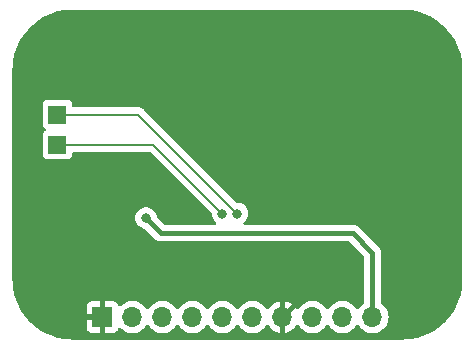
<source format=gbr>
%TF.GenerationSoftware,KiCad,Pcbnew,7.0.7*%
%TF.CreationDate,2025-01-01T11:59:36+10:30*%
%TF.ProjectId,V9261F_Breakout,56393236-3146-45f4-9272-65616b6f7574,rev?*%
%TF.SameCoordinates,Original*%
%TF.FileFunction,Copper,L2,Bot*%
%TF.FilePolarity,Positive*%
%FSLAX46Y46*%
G04 Gerber Fmt 4.6, Leading zero omitted, Abs format (unit mm)*
G04 Created by KiCad (PCBNEW 7.0.7) date 2025-01-01 11:59:36*
%MOMM*%
%LPD*%
G01*
G04 APERTURE LIST*
%TA.AperFunction,ComponentPad*%
%ADD10R,1.700000X1.700000*%
%TD*%
%TA.AperFunction,ComponentPad*%
%ADD11O,1.700000X1.700000*%
%TD*%
%TA.AperFunction,SMDPad,CuDef*%
%ADD12R,1.500000X1.500000*%
%TD*%
%TA.AperFunction,ViaPad*%
%ADD13C,0.800000*%
%TD*%
%TA.AperFunction,Conductor*%
%ADD14C,0.400000*%
%TD*%
%TA.AperFunction,Conductor*%
%ADD15C,0.200000*%
%TD*%
G04 APERTURE END LIST*
D10*
%TO.P,J1,1,Pin_1*%
%TO.N,UN_IN*%
X139700000Y-99695000D03*
D11*
%TO.P,J1,2,Pin_2*%
%TO.N,RX*%
X142240000Y-99695000D03*
%TO.P,J1,3,Pin_3*%
%TO.N,TX*%
X144780000Y-99695000D03*
%TO.P,J1,4,Pin_4*%
%TO.N,CF*%
X147320000Y-99695000D03*
%TO.P,J1,5,Pin_5*%
%TO.N,unconnected-(J1-Pin_5-Pad5)*%
X149860000Y-99695000D03*
%TO.P,J1,6,Pin_6*%
%TO.N,UP_IN*%
X152400000Y-99695000D03*
%TO.P,J1,7,Pin_7*%
%TO.N,UN_IN*%
X154940000Y-99695000D03*
%TO.P,J1,8,Pin_8*%
%TO.N,IAN_IN*%
X157480000Y-99695000D03*
%TO.P,J1,9,Pin_9*%
%TO.N,IAP_IN*%
X160020000Y-99695000D03*
%TO.P,J1,10,Pin_10*%
%TO.N,VIN*%
X162560000Y-99695000D03*
%TD*%
D12*
%TO.P,TP2,1,1*%
%TO.N,IBN*%
X135890000Y-85090000D03*
%TD*%
%TO.P,TP1,1,1*%
%TO.N,IBP*%
X135890000Y-82550000D03*
%TD*%
D13*
%TO.N,UN_IN*%
X169164000Y-90339332D03*
X169164000Y-78486000D03*
X169164000Y-84412666D03*
X169164000Y-96266000D03*
X133096000Y-90593332D03*
X133096000Y-84666666D03*
X133096000Y-96520000D03*
X133096000Y-78740000D03*
X165354000Y-74676000D03*
X158178500Y-74676000D03*
X151003000Y-74676000D03*
X143827500Y-74676000D03*
X136652000Y-74676000D03*
X159004000Y-97282000D03*
X161290000Y-89154000D03*
X161290000Y-83820000D03*
%TO.N,VIN*%
X143383000Y-91313000D03*
%TO.N,IBP*%
X151130000Y-90932000D03*
%TO.N,IBN*%
X149860000Y-90932000D03*
%TD*%
D14*
%TO.N,UN_IN*%
X157353000Y-97282000D02*
X154940000Y-99695000D01*
X159004000Y-97282000D02*
X157353000Y-97282000D01*
%TO.N,VIN*%
X162560000Y-94234000D02*
X162560000Y-99695000D01*
X144653000Y-92583000D02*
X160909000Y-92583000D01*
X143383000Y-91313000D02*
X144653000Y-92583000D01*
X160909000Y-92583000D02*
X162560000Y-94234000D01*
D15*
%TO.N,IBP*%
X142748000Y-82550000D02*
X135890000Y-82550000D01*
X151130000Y-90932000D02*
X142748000Y-82550000D01*
%TO.N,IBN*%
X135890000Y-85090000D02*
X144018000Y-85090000D01*
X144018000Y-85090000D02*
X149860000Y-90932000D01*
%TD*%
%TA.AperFunction,Conductor*%
%TO.N,UN_IN*%
G36*
X165317525Y-73669496D02*
G01*
X165522732Y-73678456D01*
X165527654Y-73678870D01*
X165745755Y-73706056D01*
X165950849Y-73733058D01*
X165955420Y-73733837D01*
X166170399Y-73778913D01*
X166372714Y-73823766D01*
X166376969Y-73824869D01*
X166495715Y-73860222D01*
X166587449Y-73887533D01*
X166640220Y-73904171D01*
X166785378Y-73949939D01*
X166789180Y-73951277D01*
X166993265Y-74030912D01*
X166993908Y-74031163D01*
X167185763Y-74110632D01*
X167189234Y-74112196D01*
X167386710Y-74208737D01*
X167386733Y-74208748D01*
X167571061Y-74304704D01*
X167574169Y-74306437D01*
X167696039Y-74379054D01*
X167763108Y-74419019D01*
X167938522Y-74530771D01*
X167941212Y-74532586D01*
X168120304Y-74660456D01*
X168285405Y-74787142D01*
X168287733Y-74789019D01*
X168455753Y-74931323D01*
X168610324Y-75072962D01*
X168767037Y-75229675D01*
X168908676Y-75384246D01*
X169050979Y-75552265D01*
X169052856Y-75554593D01*
X169179543Y-75719695D01*
X169307412Y-75898786D01*
X169309244Y-75901501D01*
X169420986Y-76076901D01*
X169533561Y-76265829D01*
X169535294Y-76268937D01*
X169631251Y-76453266D01*
X169727786Y-76650731D01*
X169729366Y-76654235D01*
X169808836Y-76846091D01*
X169840362Y-76926886D01*
X169888708Y-77050785D01*
X169890072Y-77054657D01*
X169952466Y-77252549D01*
X170015124Y-77463014D01*
X170016232Y-77467286D01*
X170061099Y-77669663D01*
X170106157Y-77884559D01*
X170106946Y-77889191D01*
X170133952Y-78094318D01*
X170161126Y-78312322D01*
X170161543Y-78317288D01*
X170170512Y-78522701D01*
X170179500Y-78740000D01*
X170179500Y-96520000D01*
X170170512Y-96737298D01*
X170161543Y-96942710D01*
X170161126Y-96947676D01*
X170133952Y-97165681D01*
X170106946Y-97370807D01*
X170106157Y-97375439D01*
X170061099Y-97590336D01*
X170016232Y-97792712D01*
X170015124Y-97796984D01*
X169952466Y-98007450D01*
X169890072Y-98205341D01*
X169888700Y-98209236D01*
X169808836Y-98413908D01*
X169729366Y-98605763D01*
X169727786Y-98609267D01*
X169631251Y-98806733D01*
X169535294Y-98991061D01*
X169533561Y-98994169D01*
X169420986Y-99183098D01*
X169309244Y-99358497D01*
X169307412Y-99361212D01*
X169179543Y-99540304D01*
X169052856Y-99705405D01*
X169050979Y-99707733D01*
X168908676Y-99875753D01*
X168767037Y-100030324D01*
X168610324Y-100187037D01*
X168455753Y-100328676D01*
X168287733Y-100470979D01*
X168285405Y-100472856D01*
X168120304Y-100599543D01*
X167941212Y-100727412D01*
X167938497Y-100729244D01*
X167763098Y-100840986D01*
X167574169Y-100953561D01*
X167571061Y-100955294D01*
X167386733Y-101051251D01*
X167189267Y-101147786D01*
X167185763Y-101149366D01*
X166993908Y-101228836D01*
X166789236Y-101308700D01*
X166785341Y-101310072D01*
X166587450Y-101372466D01*
X166376984Y-101435124D01*
X166372712Y-101436232D01*
X166170336Y-101481099D01*
X165955439Y-101526157D01*
X165950807Y-101526946D01*
X165745681Y-101553952D01*
X165527676Y-101581126D01*
X165522710Y-101581543D01*
X165317298Y-101590512D01*
X165100000Y-101599500D01*
X137160000Y-101599500D01*
X136942701Y-101590512D01*
X136737288Y-101581543D01*
X136732322Y-101581126D01*
X136514318Y-101553952D01*
X136309191Y-101526946D01*
X136304559Y-101526157D01*
X136089663Y-101481099D01*
X135887286Y-101436232D01*
X135883014Y-101435124D01*
X135672549Y-101372466D01*
X135474657Y-101310072D01*
X135470785Y-101308708D01*
X135338255Y-101256995D01*
X135266091Y-101228836D01*
X135074235Y-101149366D01*
X135070731Y-101147786D01*
X134873266Y-101051251D01*
X134688937Y-100955294D01*
X134685829Y-100953561D01*
X134496901Y-100840986D01*
X134321501Y-100729244D01*
X134318786Y-100727412D01*
X134139695Y-100599543D01*
X133974593Y-100472856D01*
X133972265Y-100470979D01*
X133822094Y-100343792D01*
X133804243Y-100328673D01*
X133780919Y-100307301D01*
X133649675Y-100187037D01*
X133492962Y-100030324D01*
X133391281Y-99919359D01*
X133351319Y-99875748D01*
X133209019Y-99707733D01*
X133207142Y-99705405D01*
X133080456Y-99540304D01*
X132952586Y-99361212D01*
X132950771Y-99358522D01*
X132839013Y-99183098D01*
X132779188Y-99082698D01*
X132726437Y-98994169D01*
X132724704Y-98991061D01*
X132628748Y-98806733D01*
X132624066Y-98797155D01*
X132532196Y-98609234D01*
X132530632Y-98605763D01*
X132451163Y-98413908D01*
X132450912Y-98413265D01*
X132371277Y-98209180D01*
X132369939Y-98205378D01*
X132307533Y-98007449D01*
X132280222Y-97915715D01*
X132244869Y-97796969D01*
X132243766Y-97792712D01*
X132198913Y-97590399D01*
X132153837Y-97375420D01*
X132153058Y-97370849D01*
X132126047Y-97165681D01*
X132098870Y-96947654D01*
X132098456Y-96942732D01*
X132089487Y-96737298D01*
X132080605Y-96522561D01*
X132080817Y-96521710D01*
X132080500Y-96519500D01*
X132080499Y-85888654D01*
X134631500Y-85888654D01*
X134638011Y-85949202D01*
X134638011Y-85949204D01*
X134689110Y-86086204D01*
X134689111Y-86086204D01*
X134776739Y-86203261D01*
X134893796Y-86290889D01*
X135030799Y-86341989D01*
X135058050Y-86344918D01*
X135091345Y-86348499D01*
X135091362Y-86348500D01*
X136688638Y-86348500D01*
X136688654Y-86348499D01*
X136715692Y-86345591D01*
X136749201Y-86341989D01*
X136886204Y-86290889D01*
X137003261Y-86203261D01*
X137090889Y-86086204D01*
X137141989Y-85949201D01*
X137145591Y-85915692D01*
X137148499Y-85888654D01*
X137148500Y-85888637D01*
X137148500Y-85822500D01*
X137168185Y-85755461D01*
X137220989Y-85709706D01*
X137272500Y-85698500D01*
X143714589Y-85698500D01*
X143781628Y-85718185D01*
X143802270Y-85734819D01*
X148910177Y-90842726D01*
X148943662Y-90904049D01*
X148946496Y-90930407D01*
X148946496Y-90931997D01*
X148946496Y-90932000D01*
X148966458Y-91121928D01*
X148966459Y-91121931D01*
X149025470Y-91303549D01*
X149025473Y-91303556D01*
X149120960Y-91468944D01*
X149248747Y-91610866D01*
X149302861Y-91650182D01*
X149345526Y-91705512D01*
X149351505Y-91775126D01*
X149318899Y-91836921D01*
X149258060Y-91871278D01*
X149229975Y-91874500D01*
X144997832Y-91874500D01*
X144930793Y-91854815D01*
X144910151Y-91838181D01*
X144317163Y-91245193D01*
X144283678Y-91183870D01*
X144281523Y-91170471D01*
X144276542Y-91123073D01*
X144276540Y-91123068D01*
X144217527Y-90941444D01*
X144122040Y-90776056D01*
X143994253Y-90634134D01*
X143839752Y-90521882D01*
X143665288Y-90444206D01*
X143665286Y-90444205D01*
X143478487Y-90404500D01*
X143287513Y-90404500D01*
X143100714Y-90444205D01*
X142926246Y-90521883D01*
X142771745Y-90634135D01*
X142643959Y-90776057D01*
X142548473Y-90941443D01*
X142548470Y-90941450D01*
X142489459Y-91123068D01*
X142489458Y-91123072D01*
X142469496Y-91313000D01*
X142489458Y-91502928D01*
X142489459Y-91502931D01*
X142548470Y-91684549D01*
X142548473Y-91684556D01*
X142643960Y-91849944D01*
X142771747Y-91991866D01*
X142926248Y-92104118D01*
X143100712Y-92181794D01*
X143254147Y-92214407D01*
X143315628Y-92247599D01*
X143316046Y-92248016D01*
X144135563Y-93067533D01*
X144138115Y-93070245D01*
X144179722Y-93117210D01*
X144179727Y-93117215D01*
X144231377Y-93152867D01*
X144234381Y-93155078D01*
X144266362Y-93180133D01*
X144283774Y-93193775D01*
X144289993Y-93196573D01*
X144293231Y-93198031D01*
X144312791Y-93209063D01*
X144321320Y-93214951D01*
X144321321Y-93214951D01*
X144321325Y-93214954D01*
X144368228Y-93232741D01*
X144380008Y-93237209D01*
X144383469Y-93238643D01*
X144440667Y-93264386D01*
X144440668Y-93264387D01*
X144440669Y-93264387D01*
X144440671Y-93264388D01*
X144450877Y-93266258D01*
X144472498Y-93272286D01*
X144482199Y-93275965D01*
X144544504Y-93283530D01*
X144548196Y-93284092D01*
X144609907Y-93295401D01*
X144664322Y-93292109D01*
X144672535Y-93291613D01*
X144676279Y-93291500D01*
X160564168Y-93291500D01*
X160631207Y-93311185D01*
X160651848Y-93327819D01*
X161815182Y-94491152D01*
X161848666Y-94552473D01*
X161851500Y-94578831D01*
X161851500Y-98464333D01*
X161831815Y-98531372D01*
X161803663Y-98562186D01*
X161636761Y-98692092D01*
X161636756Y-98692097D01*
X161484284Y-98857723D01*
X161484276Y-98857734D01*
X161393808Y-98996206D01*
X161340662Y-99041562D01*
X161271431Y-99050986D01*
X161208095Y-99021484D01*
X161186192Y-98996206D01*
X161095723Y-98857734D01*
X161095715Y-98857723D01*
X160943243Y-98692097D01*
X160943238Y-98692092D01*
X160765577Y-98553812D01*
X160765572Y-98553808D01*
X160567580Y-98446661D01*
X160567577Y-98446659D01*
X160567574Y-98446658D01*
X160567571Y-98446657D01*
X160567569Y-98446656D01*
X160354637Y-98373556D01*
X160132569Y-98336500D01*
X159907431Y-98336500D01*
X159685362Y-98373556D01*
X159472430Y-98446656D01*
X159472419Y-98446661D01*
X159274427Y-98553808D01*
X159274422Y-98553812D01*
X159096761Y-98692092D01*
X159096756Y-98692097D01*
X158944284Y-98857723D01*
X158944276Y-98857734D01*
X158853808Y-98996206D01*
X158800662Y-99041562D01*
X158731431Y-99050986D01*
X158668095Y-99021484D01*
X158646192Y-98996206D01*
X158555723Y-98857734D01*
X158555715Y-98857723D01*
X158403243Y-98692097D01*
X158403238Y-98692092D01*
X158225577Y-98553812D01*
X158225572Y-98553808D01*
X158027580Y-98446661D01*
X158027577Y-98446659D01*
X158027574Y-98446658D01*
X158027571Y-98446657D01*
X158027569Y-98446656D01*
X157814637Y-98373556D01*
X157592569Y-98336500D01*
X157367431Y-98336500D01*
X157145362Y-98373556D01*
X156932430Y-98446656D01*
X156932419Y-98446661D01*
X156734427Y-98553808D01*
X156734422Y-98553812D01*
X156556761Y-98692092D01*
X156556756Y-98692097D01*
X156404284Y-98857723D01*
X156404276Y-98857734D01*
X156310251Y-99001650D01*
X156257105Y-99047007D01*
X156187873Y-99056430D01*
X156124538Y-99026928D01*
X156104868Y-99004951D01*
X155978113Y-98823926D01*
X155978108Y-98823920D01*
X155811082Y-98656894D01*
X155617578Y-98521399D01*
X155403492Y-98421570D01*
X155403486Y-98421567D01*
X155190000Y-98364364D01*
X155190000Y-99082698D01*
X155170315Y-99149737D01*
X155117511Y-99195492D01*
X155048355Y-99205436D01*
X154975766Y-99195000D01*
X154975763Y-99195000D01*
X154904237Y-99195000D01*
X154904233Y-99195000D01*
X154831645Y-99205436D01*
X154762487Y-99195492D01*
X154709684Y-99149736D01*
X154690000Y-99082698D01*
X154690000Y-98364364D01*
X154689999Y-98364364D01*
X154476513Y-98421567D01*
X154476507Y-98421570D01*
X154262422Y-98521399D01*
X154262420Y-98521400D01*
X154068926Y-98656886D01*
X154068920Y-98656891D01*
X153901891Y-98823920D01*
X153901890Y-98823922D01*
X153775131Y-99004952D01*
X153720554Y-99048577D01*
X153651055Y-99055769D01*
X153588701Y-99024247D01*
X153569752Y-99001656D01*
X153475722Y-98857732D01*
X153475715Y-98857725D01*
X153475715Y-98857723D01*
X153323243Y-98692097D01*
X153323238Y-98692092D01*
X153145577Y-98553812D01*
X153145572Y-98553808D01*
X152947580Y-98446661D01*
X152947577Y-98446659D01*
X152947574Y-98446658D01*
X152947571Y-98446657D01*
X152947569Y-98446656D01*
X152734637Y-98373556D01*
X152512569Y-98336500D01*
X152287431Y-98336500D01*
X152065362Y-98373556D01*
X151852430Y-98446656D01*
X151852419Y-98446661D01*
X151654427Y-98553808D01*
X151654422Y-98553812D01*
X151476761Y-98692092D01*
X151476756Y-98692097D01*
X151324284Y-98857723D01*
X151324276Y-98857734D01*
X151233808Y-98996206D01*
X151180662Y-99041562D01*
X151111431Y-99050986D01*
X151048095Y-99021484D01*
X151026192Y-98996206D01*
X150935723Y-98857734D01*
X150935715Y-98857723D01*
X150783243Y-98692097D01*
X150783238Y-98692092D01*
X150605577Y-98553812D01*
X150605572Y-98553808D01*
X150407580Y-98446661D01*
X150407577Y-98446659D01*
X150407574Y-98446658D01*
X150407571Y-98446657D01*
X150407569Y-98446656D01*
X150194637Y-98373556D01*
X149972569Y-98336500D01*
X149747431Y-98336500D01*
X149525362Y-98373556D01*
X149312430Y-98446656D01*
X149312419Y-98446661D01*
X149114427Y-98553808D01*
X149114422Y-98553812D01*
X148936761Y-98692092D01*
X148936756Y-98692097D01*
X148784284Y-98857723D01*
X148784276Y-98857734D01*
X148693808Y-98996206D01*
X148640662Y-99041562D01*
X148571431Y-99050986D01*
X148508095Y-99021484D01*
X148486192Y-98996206D01*
X148395723Y-98857734D01*
X148395715Y-98857723D01*
X148243243Y-98692097D01*
X148243238Y-98692092D01*
X148065577Y-98553812D01*
X148065572Y-98553808D01*
X147867580Y-98446661D01*
X147867577Y-98446659D01*
X147867574Y-98446658D01*
X147867571Y-98446657D01*
X147867569Y-98446656D01*
X147654637Y-98373556D01*
X147432569Y-98336500D01*
X147207431Y-98336500D01*
X146985362Y-98373556D01*
X146772430Y-98446656D01*
X146772419Y-98446661D01*
X146574427Y-98553808D01*
X146574422Y-98553812D01*
X146396761Y-98692092D01*
X146396756Y-98692097D01*
X146244284Y-98857723D01*
X146244276Y-98857734D01*
X146153808Y-98996206D01*
X146100662Y-99041562D01*
X146031431Y-99050986D01*
X145968095Y-99021484D01*
X145946192Y-98996206D01*
X145855723Y-98857734D01*
X145855715Y-98857723D01*
X145703243Y-98692097D01*
X145703238Y-98692092D01*
X145525577Y-98553812D01*
X145525572Y-98553808D01*
X145327580Y-98446661D01*
X145327577Y-98446659D01*
X145327574Y-98446658D01*
X145327571Y-98446657D01*
X145327569Y-98446656D01*
X145114637Y-98373556D01*
X144892569Y-98336500D01*
X144667431Y-98336500D01*
X144445362Y-98373556D01*
X144232430Y-98446656D01*
X144232419Y-98446661D01*
X144034427Y-98553808D01*
X144034422Y-98553812D01*
X143856761Y-98692092D01*
X143856756Y-98692097D01*
X143704284Y-98857723D01*
X143704276Y-98857734D01*
X143613808Y-98996206D01*
X143560662Y-99041562D01*
X143491431Y-99050986D01*
X143428095Y-99021484D01*
X143406192Y-98996206D01*
X143315723Y-98857734D01*
X143315715Y-98857723D01*
X143163243Y-98692097D01*
X143163238Y-98692092D01*
X142985577Y-98553812D01*
X142985572Y-98553808D01*
X142787580Y-98446661D01*
X142787577Y-98446659D01*
X142787574Y-98446658D01*
X142787571Y-98446657D01*
X142787569Y-98446656D01*
X142574637Y-98373556D01*
X142352569Y-98336500D01*
X142127431Y-98336500D01*
X141905362Y-98373556D01*
X141692430Y-98446656D01*
X141692419Y-98446661D01*
X141494427Y-98553808D01*
X141494422Y-98553812D01*
X141316761Y-98692092D01*
X141247092Y-98767773D01*
X141187205Y-98803763D01*
X141117367Y-98801662D01*
X141059751Y-98762137D01*
X141039681Y-98727122D01*
X140993354Y-98602913D01*
X140993350Y-98602906D01*
X140907190Y-98487812D01*
X140907187Y-98487809D01*
X140792093Y-98401649D01*
X140792086Y-98401645D01*
X140657379Y-98351403D01*
X140657372Y-98351401D01*
X140597844Y-98345000D01*
X139950000Y-98345000D01*
X139950000Y-99082698D01*
X139930315Y-99149737D01*
X139877511Y-99195492D01*
X139808355Y-99205436D01*
X139735766Y-99195000D01*
X139735763Y-99195000D01*
X139664237Y-99195000D01*
X139664233Y-99195000D01*
X139591645Y-99205436D01*
X139522487Y-99195492D01*
X139469684Y-99149736D01*
X139450000Y-99082698D01*
X139450000Y-98345000D01*
X138802155Y-98345000D01*
X138742627Y-98351401D01*
X138742620Y-98351403D01*
X138607913Y-98401645D01*
X138607906Y-98401649D01*
X138492812Y-98487809D01*
X138492809Y-98487812D01*
X138406649Y-98602906D01*
X138406645Y-98602913D01*
X138356403Y-98737620D01*
X138356401Y-98737627D01*
X138350000Y-98797155D01*
X138350000Y-99445000D01*
X139086653Y-99445000D01*
X139153692Y-99464685D01*
X139199447Y-99517489D01*
X139209391Y-99586647D01*
X139205631Y-99603933D01*
X139200000Y-99623111D01*
X139200000Y-99766888D01*
X139205631Y-99786067D01*
X139205630Y-99855936D01*
X139167855Y-99914714D01*
X139104299Y-99943738D01*
X139086653Y-99945000D01*
X138350000Y-99945000D01*
X138350000Y-100592844D01*
X138356401Y-100652372D01*
X138356403Y-100652379D01*
X138406645Y-100787086D01*
X138406649Y-100787093D01*
X138492809Y-100902187D01*
X138492812Y-100902190D01*
X138607906Y-100988350D01*
X138607913Y-100988354D01*
X138742620Y-101038596D01*
X138742627Y-101038598D01*
X138802155Y-101044999D01*
X138802172Y-101045000D01*
X139450000Y-101045000D01*
X139450000Y-100307301D01*
X139469685Y-100240262D01*
X139522489Y-100194507D01*
X139591647Y-100184563D01*
X139664237Y-100195000D01*
X139664238Y-100195000D01*
X139735762Y-100195000D01*
X139735763Y-100195000D01*
X139808353Y-100184563D01*
X139877512Y-100194507D01*
X139930315Y-100240262D01*
X139950000Y-100307301D01*
X139950000Y-101045000D01*
X140597828Y-101045000D01*
X140597844Y-101044999D01*
X140657372Y-101038598D01*
X140657379Y-101038596D01*
X140792086Y-100988354D01*
X140792093Y-100988350D01*
X140907187Y-100902190D01*
X140907190Y-100902187D01*
X140993350Y-100787093D01*
X140993354Y-100787086D01*
X141039681Y-100662877D01*
X141081552Y-100606943D01*
X141147016Y-100582526D01*
X141215289Y-100597377D01*
X141247089Y-100622223D01*
X141316760Y-100697906D01*
X141494424Y-100836189D01*
X141494425Y-100836189D01*
X141494427Y-100836191D01*
X141554314Y-100868600D01*
X141692426Y-100943342D01*
X141905365Y-101016444D01*
X142127431Y-101053500D01*
X142352569Y-101053500D01*
X142574635Y-101016444D01*
X142787574Y-100943342D01*
X142985576Y-100836189D01*
X143163240Y-100697906D01*
X143284594Y-100566082D01*
X143315715Y-100532276D01*
X143315715Y-100532275D01*
X143315722Y-100532268D01*
X143406193Y-100393790D01*
X143459338Y-100348437D01*
X143528569Y-100339013D01*
X143591905Y-100368515D01*
X143613804Y-100393787D01*
X143704278Y-100532268D01*
X143704283Y-100532273D01*
X143704284Y-100532276D01*
X143820294Y-100658294D01*
X143856760Y-100697906D01*
X144034424Y-100836189D01*
X144034425Y-100836189D01*
X144034427Y-100836191D01*
X144094314Y-100868600D01*
X144232426Y-100943342D01*
X144445365Y-101016444D01*
X144667431Y-101053500D01*
X144892569Y-101053500D01*
X145114635Y-101016444D01*
X145327574Y-100943342D01*
X145525576Y-100836189D01*
X145703240Y-100697906D01*
X145824594Y-100566082D01*
X145855715Y-100532276D01*
X145855715Y-100532275D01*
X145855722Y-100532268D01*
X145946193Y-100393790D01*
X145999338Y-100348437D01*
X146068569Y-100339013D01*
X146131905Y-100368515D01*
X146153804Y-100393787D01*
X146244278Y-100532268D01*
X146244283Y-100532273D01*
X146244284Y-100532276D01*
X146360294Y-100658294D01*
X146396760Y-100697906D01*
X146574424Y-100836189D01*
X146574425Y-100836189D01*
X146574427Y-100836191D01*
X146634314Y-100868600D01*
X146772426Y-100943342D01*
X146985365Y-101016444D01*
X147207431Y-101053500D01*
X147432569Y-101053500D01*
X147654635Y-101016444D01*
X147867574Y-100943342D01*
X148065576Y-100836189D01*
X148243240Y-100697906D01*
X148364594Y-100566082D01*
X148395715Y-100532276D01*
X148395715Y-100532275D01*
X148395722Y-100532268D01*
X148486193Y-100393790D01*
X148539338Y-100348437D01*
X148608569Y-100339013D01*
X148671905Y-100368515D01*
X148693804Y-100393787D01*
X148784278Y-100532268D01*
X148784283Y-100532273D01*
X148784284Y-100532276D01*
X148900294Y-100658294D01*
X148936760Y-100697906D01*
X149114424Y-100836189D01*
X149114425Y-100836189D01*
X149114427Y-100836191D01*
X149174314Y-100868600D01*
X149312426Y-100943342D01*
X149525365Y-101016444D01*
X149747431Y-101053500D01*
X149972569Y-101053500D01*
X150194635Y-101016444D01*
X150407574Y-100943342D01*
X150605576Y-100836189D01*
X150783240Y-100697906D01*
X150904594Y-100566082D01*
X150935715Y-100532276D01*
X150935715Y-100532275D01*
X150935722Y-100532268D01*
X151026193Y-100393790D01*
X151079338Y-100348437D01*
X151148569Y-100339013D01*
X151211905Y-100368515D01*
X151233804Y-100393787D01*
X151324278Y-100532268D01*
X151324283Y-100532273D01*
X151324284Y-100532276D01*
X151440294Y-100658294D01*
X151476760Y-100697906D01*
X151654424Y-100836189D01*
X151654425Y-100836189D01*
X151654427Y-100836191D01*
X151714314Y-100868600D01*
X151852426Y-100943342D01*
X152065365Y-101016444D01*
X152287431Y-101053500D01*
X152512569Y-101053500D01*
X152734635Y-101016444D01*
X152947574Y-100943342D01*
X153145576Y-100836189D01*
X153323240Y-100697906D01*
X153444594Y-100566082D01*
X153475715Y-100532276D01*
X153475715Y-100532275D01*
X153475722Y-100532268D01*
X153569749Y-100388347D01*
X153622894Y-100342994D01*
X153692125Y-100333570D01*
X153755461Y-100363072D01*
X153775130Y-100385048D01*
X153901890Y-100566078D01*
X154068917Y-100733105D01*
X154262421Y-100868600D01*
X154476507Y-100968429D01*
X154476516Y-100968433D01*
X154690000Y-101025634D01*
X154690000Y-100307301D01*
X154709685Y-100240262D01*
X154762489Y-100194507D01*
X154831647Y-100184563D01*
X154904237Y-100195000D01*
X154904238Y-100195000D01*
X154975762Y-100195000D01*
X154975763Y-100195000D01*
X155048353Y-100184563D01*
X155117512Y-100194507D01*
X155170315Y-100240262D01*
X155190000Y-100307301D01*
X155190000Y-101025633D01*
X155403483Y-100968433D01*
X155403492Y-100968429D01*
X155617578Y-100868600D01*
X155811082Y-100733105D01*
X155978105Y-100566082D01*
X156104868Y-100385048D01*
X156159445Y-100341423D01*
X156228944Y-100334231D01*
X156291298Y-100365753D01*
X156310251Y-100388350D01*
X156404276Y-100532265D01*
X156404284Y-100532276D01*
X156520294Y-100658294D01*
X156556760Y-100697906D01*
X156734424Y-100836189D01*
X156734425Y-100836189D01*
X156734427Y-100836191D01*
X156794314Y-100868600D01*
X156932426Y-100943342D01*
X157145365Y-101016444D01*
X157367431Y-101053500D01*
X157592569Y-101053500D01*
X157814635Y-101016444D01*
X158027574Y-100943342D01*
X158225576Y-100836189D01*
X158403240Y-100697906D01*
X158524594Y-100566082D01*
X158555715Y-100532276D01*
X158555715Y-100532275D01*
X158555722Y-100532268D01*
X158646193Y-100393790D01*
X158699338Y-100348437D01*
X158768569Y-100339013D01*
X158831905Y-100368515D01*
X158853804Y-100393787D01*
X158944278Y-100532268D01*
X158944283Y-100532273D01*
X158944284Y-100532276D01*
X159060294Y-100658294D01*
X159096760Y-100697906D01*
X159274424Y-100836189D01*
X159274425Y-100836189D01*
X159274427Y-100836191D01*
X159334314Y-100868600D01*
X159472426Y-100943342D01*
X159685365Y-101016444D01*
X159907431Y-101053500D01*
X160132569Y-101053500D01*
X160354635Y-101016444D01*
X160567574Y-100943342D01*
X160765576Y-100836189D01*
X160943240Y-100697906D01*
X161064594Y-100566082D01*
X161095715Y-100532276D01*
X161095715Y-100532275D01*
X161095722Y-100532268D01*
X161186193Y-100393790D01*
X161239338Y-100348437D01*
X161308569Y-100339013D01*
X161371905Y-100368515D01*
X161393804Y-100393787D01*
X161484278Y-100532268D01*
X161484283Y-100532273D01*
X161484284Y-100532276D01*
X161600294Y-100658294D01*
X161636760Y-100697906D01*
X161814424Y-100836189D01*
X161814425Y-100836189D01*
X161814427Y-100836191D01*
X161874314Y-100868600D01*
X162012426Y-100943342D01*
X162225365Y-101016444D01*
X162447431Y-101053500D01*
X162672569Y-101053500D01*
X162894635Y-101016444D01*
X163107574Y-100943342D01*
X163305576Y-100836189D01*
X163483240Y-100697906D01*
X163604594Y-100566082D01*
X163635715Y-100532276D01*
X163635717Y-100532273D01*
X163635722Y-100532268D01*
X163758860Y-100343791D01*
X163849296Y-100137616D01*
X163904564Y-99919368D01*
X163908179Y-99875748D01*
X163923156Y-99695005D01*
X163923156Y-99694994D01*
X163904565Y-99470640D01*
X163904563Y-99470628D01*
X163876174Y-99358522D01*
X163849296Y-99252384D01*
X163758860Y-99046209D01*
X163742706Y-99021484D01*
X163635723Y-98857734D01*
X163635715Y-98857723D01*
X163483243Y-98692097D01*
X163483238Y-98692092D01*
X163316337Y-98562186D01*
X163275524Y-98505475D01*
X163268500Y-98464333D01*
X163268500Y-94257295D01*
X163268613Y-94253551D01*
X163272402Y-94190908D01*
X163261091Y-94129184D01*
X163260527Y-94125480D01*
X163252965Y-94063203D01*
X163252965Y-94063199D01*
X163249286Y-94053500D01*
X163243260Y-94031881D01*
X163241389Y-94021671D01*
X163241388Y-94021667D01*
X163231468Y-93999628D01*
X163215619Y-93964414D01*
X163214212Y-93961017D01*
X163191954Y-93902325D01*
X163186060Y-93893786D01*
X163175033Y-93874237D01*
X163170775Y-93864775D01*
X163170773Y-93864772D01*
X163170772Y-93864770D01*
X163132085Y-93815391D01*
X163129865Y-93812373D01*
X163094218Y-93760731D01*
X163094216Y-93760729D01*
X163094215Y-93760727D01*
X163094212Y-93760724D01*
X163094210Y-93760722D01*
X163047245Y-93719115D01*
X163044533Y-93716563D01*
X161426434Y-92098464D01*
X161423900Y-92095772D01*
X161382273Y-92048785D01*
X161382272Y-92048784D01*
X161382271Y-92048783D01*
X161330628Y-92013136D01*
X161327611Y-92010916D01*
X161278227Y-91972225D01*
X161272235Y-91969528D01*
X161268760Y-91967964D01*
X161249216Y-91956941D01*
X161244210Y-91953486D01*
X161240677Y-91951047D01*
X161240672Y-91951044D01*
X161182015Y-91928798D01*
X161178555Y-91927365D01*
X161121331Y-91901611D01*
X161121332Y-91901611D01*
X161111110Y-91899738D01*
X161089510Y-91893716D01*
X161079801Y-91890035D01*
X161079797Y-91890034D01*
X161079796Y-91890034D01*
X161017511Y-91882470D01*
X161013810Y-91881907D01*
X160952096Y-91870598D01*
X160952090Y-91870598D01*
X160889455Y-91874387D01*
X160885710Y-91874500D01*
X151760025Y-91874500D01*
X151692986Y-91854815D01*
X151647231Y-91802011D01*
X151637287Y-91732853D01*
X151666312Y-91669297D01*
X151687139Y-91650182D01*
X151741253Y-91610866D01*
X151869040Y-91468944D01*
X151964527Y-91303556D01*
X152023542Y-91121928D01*
X152043504Y-90932000D01*
X152023542Y-90742072D01*
X151964527Y-90560444D01*
X151869040Y-90395056D01*
X151741253Y-90253134D01*
X151586752Y-90140882D01*
X151412288Y-90063206D01*
X151412286Y-90063205D01*
X151225487Y-90023500D01*
X151133411Y-90023500D01*
X151066372Y-90003815D01*
X151045730Y-89987181D01*
X143209354Y-82150805D01*
X143204001Y-82144702D01*
X143201216Y-82141073D01*
X143181987Y-82116013D01*
X143181985Y-82116011D01*
X143181984Y-82116010D01*
X143150075Y-82091526D01*
X143150074Y-82091525D01*
X143150072Y-82091523D01*
X143104728Y-82056729D01*
X143054877Y-82018476D01*
X143054873Y-82018474D01*
X142906850Y-81957161D01*
X142887457Y-81954608D01*
X142785704Y-81941212D01*
X142785678Y-81941210D01*
X142748001Y-81936250D01*
X142747999Y-81936250D01*
X142737527Y-81937628D01*
X142712151Y-81940969D01*
X142704054Y-81941500D01*
X137272500Y-81941500D01*
X137205461Y-81921815D01*
X137159706Y-81869011D01*
X137148500Y-81817500D01*
X137148500Y-81751362D01*
X137148499Y-81751345D01*
X137145157Y-81720270D01*
X137141989Y-81690799D01*
X137090889Y-81553796D01*
X137003261Y-81436739D01*
X136886204Y-81349111D01*
X136886204Y-81349110D01*
X136749203Y-81298011D01*
X136688654Y-81291500D01*
X136688638Y-81291500D01*
X135091362Y-81291500D01*
X135091345Y-81291500D01*
X135030797Y-81298011D01*
X135030795Y-81298011D01*
X134893795Y-81349111D01*
X134776739Y-81436739D01*
X134689111Y-81553795D01*
X134638011Y-81690795D01*
X134638011Y-81690797D01*
X134631500Y-81751345D01*
X134631500Y-83348654D01*
X134638011Y-83409202D01*
X134638011Y-83409204D01*
X134689110Y-83546203D01*
X134689111Y-83546204D01*
X134776739Y-83663261D01*
X134797944Y-83679135D01*
X134853512Y-83720734D01*
X134895383Y-83776668D01*
X134900367Y-83846359D01*
X134866881Y-83907682D01*
X134853512Y-83919266D01*
X134776741Y-83976737D01*
X134776740Y-83976738D01*
X134776739Y-83976739D01*
X134741531Y-84023770D01*
X134689111Y-84093795D01*
X134638011Y-84230795D01*
X134638011Y-84230797D01*
X134631500Y-84291345D01*
X134631500Y-85888654D01*
X132080499Y-85888654D01*
X132080499Y-78740000D01*
X132080503Y-78739901D01*
X132089487Y-78522701D01*
X132098457Y-78317263D01*
X132098869Y-78312349D01*
X132126056Y-78094247D01*
X132153059Y-77889141D01*
X132153835Y-77884588D01*
X132198904Y-77669646D01*
X132243768Y-77467278D01*
X132244865Y-77463044D01*
X132307533Y-77252549D01*
X132312784Y-77235892D01*
X132369945Y-77054602D01*
X132371270Y-77050838D01*
X132451169Y-76846075D01*
X132530640Y-76654216D01*
X132532185Y-76650789D01*
X132628759Y-76453243D01*
X132724712Y-76268921D01*
X132726428Y-76265842D01*
X132839020Y-76076889D01*
X132950794Y-75901441D01*
X132952555Y-75898831D01*
X133080462Y-75719686D01*
X133207169Y-75554559D01*
X133208999Y-75552289D01*
X133351331Y-75384237D01*
X133492951Y-75229686D01*
X133649686Y-75072951D01*
X133804247Y-74931323D01*
X133972289Y-74788999D01*
X133974559Y-74787169D01*
X134139670Y-74660473D01*
X134318831Y-74532555D01*
X134321441Y-74530794D01*
X134496889Y-74419020D01*
X134685842Y-74306428D01*
X134688921Y-74304712D01*
X134873243Y-74208759D01*
X135070789Y-74112185D01*
X135074216Y-74110640D01*
X135266059Y-74031175D01*
X135470838Y-73951270D01*
X135474602Y-73949945D01*
X135655892Y-73892784D01*
X135672550Y-73887533D01*
X135698593Y-73879779D01*
X135883044Y-73824865D01*
X135887278Y-73823768D01*
X136089646Y-73778904D01*
X136304588Y-73733835D01*
X136309141Y-73733059D01*
X136514278Y-73706052D01*
X136732349Y-73678869D01*
X136737263Y-73678457D01*
X136942364Y-73669501D01*
X137160000Y-73660500D01*
X137160500Y-73660500D01*
X165099500Y-73660500D01*
X165100000Y-73660500D01*
X165317525Y-73669496D01*
G37*
%TD.AperFunction*%
%TD*%
M02*

</source>
